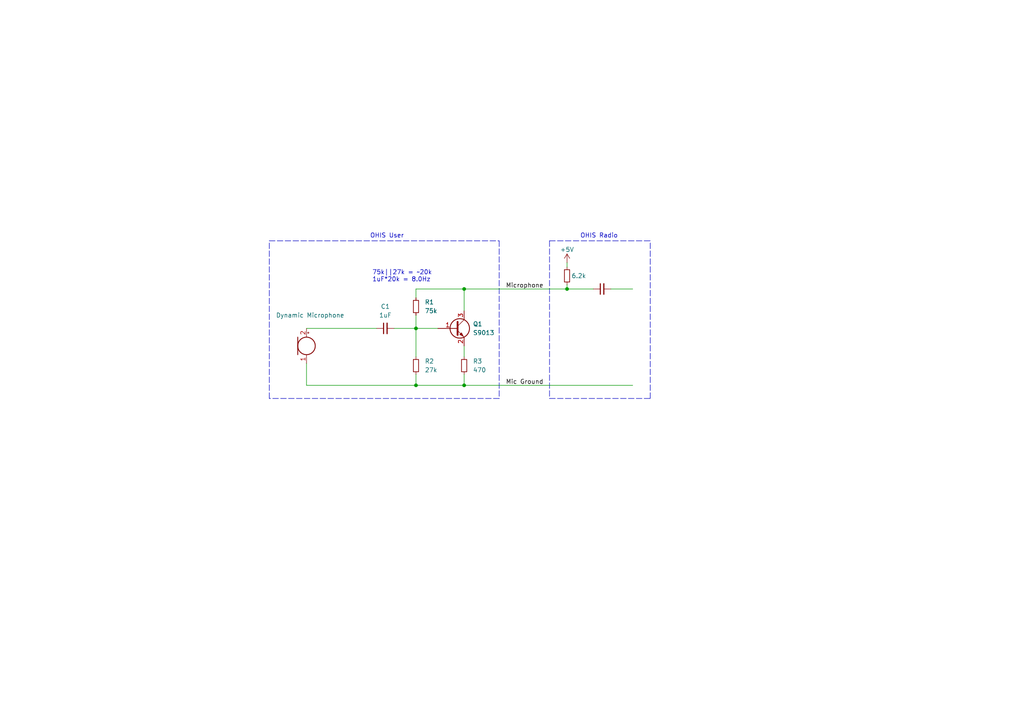
<source format=kicad_sch>
(kicad_sch (version 20211123) (generator eeschema)
  (paper "A4")
  (lib_symbols
    (symbol "Device:C_Small" (pin_numbers hide) (pin_names (offset 0.254) hide)
      (property "Reference" "C" (at 0.254 1.778 0))
      (property "Value" "C_Small" (at 0.254 -2.032 0))
      (symbol "C_Small_0_1"
        (polyline (pts (xy -1.524 -0.508) (xy 1.524 -0.508)) (stroke (width 0.3302)))
        (polyline (pts (xy -1.524 0.508) (xy 1.524 0.508)) (stroke (width 0.3048)))
      )
      (symbol "C_Small_1_1"
        (pin passive line (at 0 2.54 270) (length 2.032) (name "~") (number "1"))
        (pin passive line (at 0 -2.54 90) (length 2.032) (name "~") (number "2"))
      )
    )
    (symbol "Device:Microphone" (pin_names (offset 0.0254) hide)
      (property "Reference" "MK" (at -3.81 1.27 0))
      (property "Value" "Microphone" (at -3.81 -0.635 0))
      (symbol "Microphone_0_1"
        (polyline (pts (xy -2.54 2.54) (xy -2.54 -2.54)) (stroke (width 0.254)))
        (polyline (pts (xy 0.254 3.81) (xy 0.762 3.81)))
        (polyline (pts (xy 0.508 4.064) (xy 0.508 3.556)))
        (circle (center 0 0) (radius 2.54) (stroke (width 0.254)))
      )
      (symbol "Microphone_1_1"
        (pin passive line (at 0 -5.08 90) (length 2.54) (name "-") (number "1"))
        (pin passive line (at 0 5.08 270) (length 2.54) (name "+") (number "2"))
      )
    )
    (symbol "Device:R_Small" (pin_numbers hide) (pin_names (offset 0.254) hide)
      (property "Reference" "R" (at 0.762 0.508 0))
      (property "Value" "R_Small" (at 0.762 -1.016 0))
      (symbol "R_Small_0_1"
        (rectangle (start -0.762 1.778) (end 0.762 -1.778) (stroke (width 0.2032)))
      )
      (symbol "R_Small_1_1"
        (pin passive line (at 0 2.54 270) (length 0.762) (name "~") (number "1"))
        (pin passive line (at 0 -2.54 90) (length 0.762) (name "~") (number "2"))
      )
    )
    (symbol "Transistor_BJT:MMBT3904" (pin_names (offset 0) hide)
      (property "Reference" "Q" (at 5.08 1.905 0))
      (property "Value" "MMBT3904" (at 5.08 0 0))
      (symbol "MMBT3904_0_1"
        (polyline (pts (xy 0.635 0.635) (xy 2.54 2.54)))
        (polyline (pts (xy 0.635 -0.635) (xy 2.54 -2.54) (xy 2.54 -2.54)))
        (polyline (pts (xy 0.635 1.905) (xy 0.635 -1.905) (xy 0.635 -1.905)) (stroke (width 0.508)))
        (polyline (pts (xy 1.27 -1.778) (xy 1.778 -1.27) (xy 2.286 -2.286) (xy 1.27 -1.778) (xy 1.27 -1.778)) (fill (type outline)))
        (circle (center 1.27 0) (radius 2.8194) (stroke (width 0.254)))
      )
      (symbol "MMBT3904_1_1"
        (pin input line (at -5.08 0 0) (length 5.715) (name "B") (number "1"))
        (pin passive line (at 2.54 -5.08 90) (length 2.54) (name "E") (number "2"))
        (pin passive line (at 2.54 5.08 270) (length 2.54) (name "C") (number "3"))
      )
    )
    (symbol "power:+5V" (power) (pin_names (offset 0))
      (property "Value" "+5V" (at 0 3.556 0))
      (symbol "+5V_0_1"
        (polyline (pts (xy -0.762 1.27) (xy 0 2.54)))
        (polyline (pts (xy 0 0) (xy 0 2.54)))
        (polyline (pts (xy 0 2.54) (xy 0.762 1.27)))
      )
      (symbol "+5V_1_1"
        (pin power_in line (at 0 0 90) (length 0) hide (name "+5V") (number "1"))
      )
    )
  )
  (junction (at 134.62 83.82))
  (junction (at 120.65 95.25))
  (junction (at 120.65 111.76))
  (junction (at 164.465 83.82))
  (junction (at 134.62 111.76))
  (wire (pts (xy 120.65 86.36) (xy 120.65 83.82)))
  (polyline (pts (xy 159.385 69.85) (xy 159.385 115.57)))
  (wire (pts (xy 120.65 83.82) (xy 134.62 83.82)))
  (wire (pts (xy 134.62 108.585) (xy 134.62 111.76)))
  (polyline (pts (xy 188.595 115.57) (xy 188.595 69.85)))
  (wire (pts (xy 134.62 111.76) (xy 120.65 111.76)))
  (wire (pts (xy 134.62 111.76) (xy 183.515 111.76)))
  (wire (pts (xy 120.65 108.585) (xy 120.65 111.76)))
  (polyline (pts (xy 144.78 69.85) (xy 144.78 115.57)))
  (wire (pts (xy 164.465 76.2) (xy 164.465 77.47)))
  (polyline (pts (xy 144.78 115.57) (xy 78.105 115.57)))
  (wire (pts (xy 88.9 111.76) (xy 88.9 105.41)))
  (wire (pts (xy 114.3 95.25) (xy 120.65 95.25)))
  (wire (pts (xy 134.62 83.82) (xy 164.465 83.82)))
  (wire (pts (xy 134.62 83.82) (xy 134.62 90.17)))
  (wire (pts (xy 120.65 95.25) (xy 120.65 103.505)))
  (wire (pts (xy 177.165 83.82) (xy 183.515 83.82)))
  (wire (pts (xy 120.65 91.44) (xy 120.65 95.25)))
  (wire (pts (xy 88.9 95.25) (xy 109.22 95.25)))
  (wire (pts (xy 134.62 100.33) (xy 134.62 103.505)))
  (wire (pts (xy 120.65 111.76) (xy 88.9 111.76)))
  (polyline (pts (xy 159.385 69.85) (xy 188.595 69.85)))
  (polyline (pts (xy 78.105 69.85) (xy 144.78 69.85)))
  (wire (pts (xy 164.465 82.55) (xy 164.465 83.82)))
  (wire (pts (xy 164.465 83.82) (xy 172.085 83.82)))
  (polyline (pts (xy 159.385 115.57) (xy 188.595 115.57)))
  (polyline (pts (xy 78.105 115.57) (xy 78.105 69.85)))
  (wire (pts (xy 120.65 95.25) (xy 127 95.25)))
  (text "75k||27k = ~20k\n1uF*20k = 8.0Hz" (at 107.95 81.915 0) (effects (font (size 1.27 1.27)) (justify left bottom)))
  (text "OHIS User" (at 107.315 69.215 0) (effects (font (size 1.27 1.27)) (justify left bottom)))
  (text "OHIS Radio" (at 168.275 69.215 0) (effects (font (size 1.27 1.27)) (justify left bottom)))
  (label "Mic Ground" (at 146.685 111.76 0))
  (label "Microphone" (at 146.685 83.82 0))
  (symbol (lib_id "Device:R_Small") (at 134.62 106.045 0) (unit 1)
    (property "Reference" "R3" (at 137.16 104.7749 0) (effects (justify left)))
    (property "Value" "470" (at 137.16 107.3149 0) (effects (justify left)))
  )
  (symbol (lib_id "Device:C_Small") (at 174.625 83.82 90) (unit 1)
    (property "Reference" "C?" (effects hide))
    (property "Value" "1uF" (effects hide))
  )
  (symbol (lib_id "Device:C_Small") (at 111.76 95.25 90) (unit 1)
    (property "Reference" "C1" (at 111.7663 88.9 90))
    (property "Value" "1uF" (at 111.7663 91.44 90))
  )
  (symbol (lib_id "Device:R_Small") (at 164.465 80.01 0) (unit 1)
    (property "Reference" "R?" (effects hide))
    (property "Value" "6.2k" (at 165.735 80.01 0) (effects (justify left)))
  )
  (symbol (lib_id "Device:R_Small") (at 120.65 88.9 0) (unit 1)
    (property "Reference" "R1" (at 123.19 87.6299 0) (effects (justify left)))
    (property "Value" "75k" (at 123.19 90.1699 0) (effects (justify left)))
  )
  (symbol (lib_id "Device:Microphone") (at 88.9 100.33 0) (unit 1)
    (property "Reference" "MK?" (effects hide))
    (property "Value" "Dynamic Microphone" (at 80.01 91.44 0) (effects (justify left)))
  )
  (symbol (lib_id "power:+5V") (at 164.465 76.2 0) (unit 1)
    (property "Reference" "#PWR?" (effects hide))
    (property "Value" "+5V" (at 164.465 72.39 0))
  )
  (symbol (lib_id "Device:R_Small") (at 120.65 106.045 0) (unit 1)
    (property "Reference" "R2" (at 123.19 104.7749 0) (effects (justify left)))
    (property "Value" "27k" (at 123.19 107.3149 0) (effects (justify left)))
  )
  (symbol (lib_id "Transistor_BJT:MMBT3904") (at 132.08 95.25 0) (unit 1)
    (property "Reference" "Q1" (at 137.16 93.9799 0) (effects (justify left)))
    (property "Value" "S9013" (at 137.16 96.5199 0) (effects (justify left)))
    (property "Footprint" "Package_TO_SOT_SMD:SOT-23" (effects hide))
    (property "Datasheet" "https://www.onsemi.com/pub/Collateral/2N3903-D.PDF" (effects hide))
  )
)
</source>
